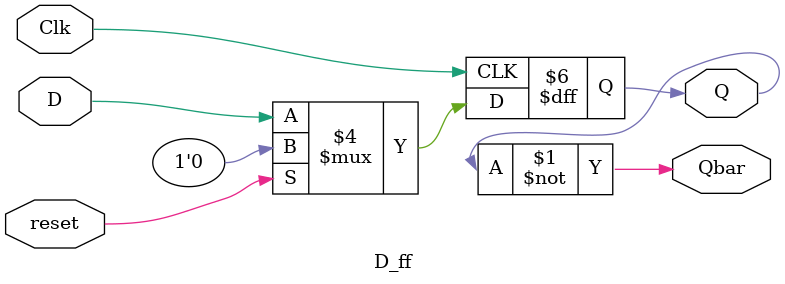
<source format=v>
`timescale 1ns / 1ps


module D_ff(
    input D,
input Clk,
input reset,
output reg Q,
output Qbar
);

assign Qbar = ~Q;

always @(posedge Clk) begin
    if (reset) begin
        Q <= 1'b0;
    end
    else begin
        Q <= D;
    end
end
endmodule

</source>
